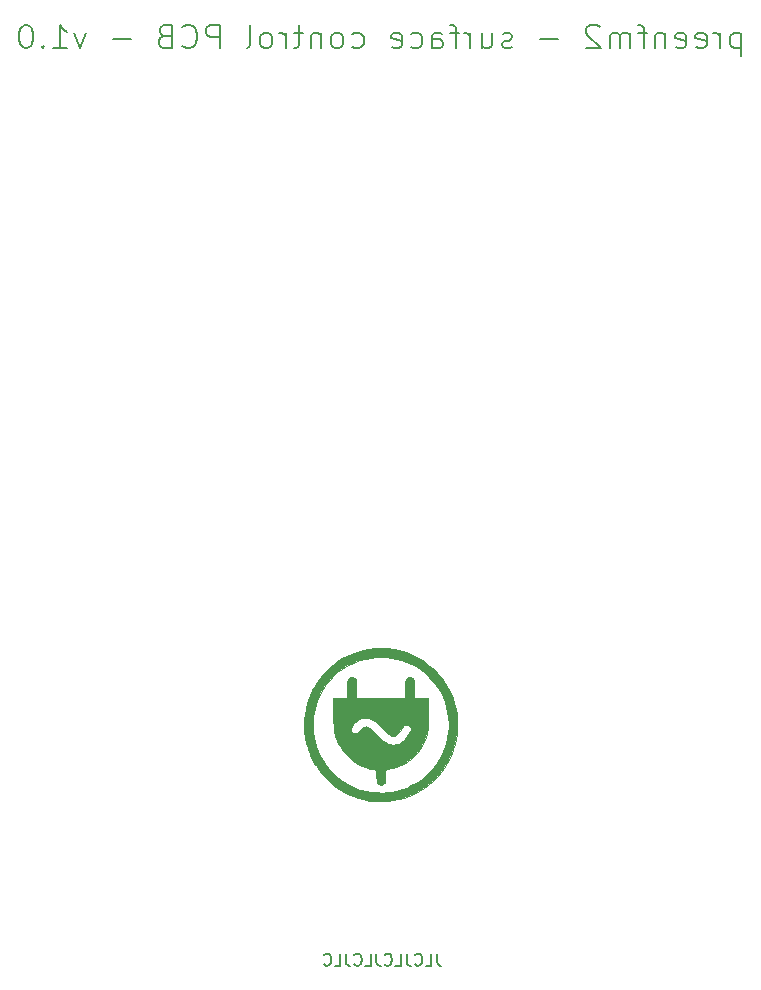
<source format=gbr>
%TF.GenerationSoftware,KiCad,Pcbnew,(5.1.8)-1*%
%TF.CreationDate,2021-03-28T18:03:51+02:00*%
%TF.ProjectId,pfm2_topSurface,70666d32-5f74-46f7-9053-757266616365,rev?*%
%TF.SameCoordinates,Original*%
%TF.FileFunction,Legend,Bot*%
%TF.FilePolarity,Positive*%
%FSLAX46Y46*%
G04 Gerber Fmt 4.6, Leading zero omitted, Abs format (unit mm)*
G04 Created by KiCad (PCBNEW (5.1.8)-1) date 2021-03-28 18:03:51*
%MOMM*%
%LPD*%
G01*
G04 APERTURE LIST*
%ADD10C,0.150000*%
%ADD11C,0.200000*%
%ADD12C,0.010000*%
G04 APERTURE END LIST*
D10*
X121586047Y-156170380D02*
X121586047Y-156884666D01*
X121633666Y-157027523D01*
X121728904Y-157122761D01*
X121871761Y-157170380D01*
X121967000Y-157170380D01*
X120633666Y-157170380D02*
X121109857Y-157170380D01*
X121109857Y-156170380D01*
X119728904Y-157075142D02*
X119776523Y-157122761D01*
X119919380Y-157170380D01*
X120014619Y-157170380D01*
X120157476Y-157122761D01*
X120252714Y-157027523D01*
X120300333Y-156932285D01*
X120347952Y-156741809D01*
X120347952Y-156598952D01*
X120300333Y-156408476D01*
X120252714Y-156313238D01*
X120157476Y-156218000D01*
X120014619Y-156170380D01*
X119919380Y-156170380D01*
X119776523Y-156218000D01*
X119728904Y-156265619D01*
X119014619Y-156170380D02*
X119014619Y-156884666D01*
X119062238Y-157027523D01*
X119157476Y-157122761D01*
X119300333Y-157170380D01*
X119395571Y-157170380D01*
X118062238Y-157170380D02*
X118538428Y-157170380D01*
X118538428Y-156170380D01*
X117157476Y-157075142D02*
X117205095Y-157122761D01*
X117347952Y-157170380D01*
X117443190Y-157170380D01*
X117586047Y-157122761D01*
X117681285Y-157027523D01*
X117728904Y-156932285D01*
X117776523Y-156741809D01*
X117776523Y-156598952D01*
X117728904Y-156408476D01*
X117681285Y-156313238D01*
X117586047Y-156218000D01*
X117443190Y-156170380D01*
X117347952Y-156170380D01*
X117205095Y-156218000D01*
X117157476Y-156265619D01*
X116443190Y-156170380D02*
X116443190Y-156884666D01*
X116490809Y-157027523D01*
X116586047Y-157122761D01*
X116728904Y-157170380D01*
X116824142Y-157170380D01*
X115490809Y-157170380D02*
X115967000Y-157170380D01*
X115967000Y-156170380D01*
X114586047Y-157075142D02*
X114633666Y-157122761D01*
X114776523Y-157170380D01*
X114871761Y-157170380D01*
X115014619Y-157122761D01*
X115109857Y-157027523D01*
X115157476Y-156932285D01*
X115205095Y-156741809D01*
X115205095Y-156598952D01*
X115157476Y-156408476D01*
X115109857Y-156313238D01*
X115014619Y-156218000D01*
X114871761Y-156170380D01*
X114776523Y-156170380D01*
X114633666Y-156218000D01*
X114586047Y-156265619D01*
X113871761Y-156170380D02*
X113871761Y-156884666D01*
X113919380Y-157027523D01*
X114014619Y-157122761D01*
X114157476Y-157170380D01*
X114252714Y-157170380D01*
X112919380Y-157170380D02*
X113395571Y-157170380D01*
X113395571Y-156170380D01*
X112014619Y-157075142D02*
X112062238Y-157122761D01*
X112205095Y-157170380D01*
X112300333Y-157170380D01*
X112443190Y-157122761D01*
X112538428Y-157027523D01*
X112586047Y-156932285D01*
X112633666Y-156741809D01*
X112633666Y-156598952D01*
X112586047Y-156408476D01*
X112538428Y-156313238D01*
X112443190Y-156218000D01*
X112300333Y-156170380D01*
X112205095Y-156170380D01*
X112062238Y-156218000D01*
X112014619Y-156265619D01*
D11*
X147363809Y-78184428D02*
X147363809Y-80184428D01*
X147363809Y-78279666D02*
X147173333Y-78184428D01*
X146792380Y-78184428D01*
X146601904Y-78279666D01*
X146506666Y-78374904D01*
X146411428Y-78565380D01*
X146411428Y-79136809D01*
X146506666Y-79327285D01*
X146601904Y-79422523D01*
X146792380Y-79517761D01*
X147173333Y-79517761D01*
X147363809Y-79422523D01*
X145554285Y-79517761D02*
X145554285Y-78184428D01*
X145554285Y-78565380D02*
X145459047Y-78374904D01*
X145363809Y-78279666D01*
X145173333Y-78184428D01*
X144982857Y-78184428D01*
X143554285Y-79422523D02*
X143744761Y-79517761D01*
X144125714Y-79517761D01*
X144316190Y-79422523D01*
X144411428Y-79232047D01*
X144411428Y-78470142D01*
X144316190Y-78279666D01*
X144125714Y-78184428D01*
X143744761Y-78184428D01*
X143554285Y-78279666D01*
X143459047Y-78470142D01*
X143459047Y-78660619D01*
X144411428Y-78851095D01*
X141840000Y-79422523D02*
X142030476Y-79517761D01*
X142411428Y-79517761D01*
X142601904Y-79422523D01*
X142697142Y-79232047D01*
X142697142Y-78470142D01*
X142601904Y-78279666D01*
X142411428Y-78184428D01*
X142030476Y-78184428D01*
X141840000Y-78279666D01*
X141744761Y-78470142D01*
X141744761Y-78660619D01*
X142697142Y-78851095D01*
X140887619Y-78184428D02*
X140887619Y-79517761D01*
X140887619Y-78374904D02*
X140792380Y-78279666D01*
X140601904Y-78184428D01*
X140316190Y-78184428D01*
X140125714Y-78279666D01*
X140030476Y-78470142D01*
X140030476Y-79517761D01*
X139363809Y-78184428D02*
X138601904Y-78184428D01*
X139078095Y-79517761D02*
X139078095Y-77803476D01*
X138982857Y-77613000D01*
X138792380Y-77517761D01*
X138601904Y-77517761D01*
X137935238Y-79517761D02*
X137935238Y-78184428D01*
X137935238Y-78374904D02*
X137840000Y-78279666D01*
X137649523Y-78184428D01*
X137363809Y-78184428D01*
X137173333Y-78279666D01*
X137078095Y-78470142D01*
X137078095Y-79517761D01*
X137078095Y-78470142D02*
X136982857Y-78279666D01*
X136792380Y-78184428D01*
X136506666Y-78184428D01*
X136316190Y-78279666D01*
X136220952Y-78470142D01*
X136220952Y-79517761D01*
X135363809Y-77708238D02*
X135268571Y-77613000D01*
X135078095Y-77517761D01*
X134601904Y-77517761D01*
X134411428Y-77613000D01*
X134316190Y-77708238D01*
X134220952Y-77898714D01*
X134220952Y-78089190D01*
X134316190Y-78374904D01*
X135459047Y-79517761D01*
X134220952Y-79517761D01*
X131840000Y-78755857D02*
X130316190Y-78755857D01*
X127935238Y-79422523D02*
X127744761Y-79517761D01*
X127363809Y-79517761D01*
X127173333Y-79422523D01*
X127078095Y-79232047D01*
X127078095Y-79136809D01*
X127173333Y-78946333D01*
X127363809Y-78851095D01*
X127649523Y-78851095D01*
X127840000Y-78755857D01*
X127935238Y-78565380D01*
X127935238Y-78470142D01*
X127840000Y-78279666D01*
X127649523Y-78184428D01*
X127363809Y-78184428D01*
X127173333Y-78279666D01*
X125363809Y-78184428D02*
X125363809Y-79517761D01*
X126220952Y-78184428D02*
X126220952Y-79232047D01*
X126125714Y-79422523D01*
X125935238Y-79517761D01*
X125649523Y-79517761D01*
X125459047Y-79422523D01*
X125363809Y-79327285D01*
X124411428Y-79517761D02*
X124411428Y-78184428D01*
X124411428Y-78565380D02*
X124316190Y-78374904D01*
X124220952Y-78279666D01*
X124030476Y-78184428D01*
X123840000Y-78184428D01*
X123459047Y-78184428D02*
X122697142Y-78184428D01*
X123173333Y-79517761D02*
X123173333Y-77803476D01*
X123078095Y-77613000D01*
X122887619Y-77517761D01*
X122697142Y-77517761D01*
X121173333Y-79517761D02*
X121173333Y-78470142D01*
X121268571Y-78279666D01*
X121459047Y-78184428D01*
X121840000Y-78184428D01*
X122030476Y-78279666D01*
X121173333Y-79422523D02*
X121363809Y-79517761D01*
X121840000Y-79517761D01*
X122030476Y-79422523D01*
X122125714Y-79232047D01*
X122125714Y-79041571D01*
X122030476Y-78851095D01*
X121840000Y-78755857D01*
X121363809Y-78755857D01*
X121173333Y-78660619D01*
X119363809Y-79422523D02*
X119554285Y-79517761D01*
X119935238Y-79517761D01*
X120125714Y-79422523D01*
X120220952Y-79327285D01*
X120316190Y-79136809D01*
X120316190Y-78565380D01*
X120220952Y-78374904D01*
X120125714Y-78279666D01*
X119935238Y-78184428D01*
X119554285Y-78184428D01*
X119363809Y-78279666D01*
X117744761Y-79422523D02*
X117935238Y-79517761D01*
X118316190Y-79517761D01*
X118506666Y-79422523D01*
X118601904Y-79232047D01*
X118601904Y-78470142D01*
X118506666Y-78279666D01*
X118316190Y-78184428D01*
X117935238Y-78184428D01*
X117744761Y-78279666D01*
X117649523Y-78470142D01*
X117649523Y-78660619D01*
X118601904Y-78851095D01*
X114411428Y-79422523D02*
X114601904Y-79517761D01*
X114982857Y-79517761D01*
X115173333Y-79422523D01*
X115268571Y-79327285D01*
X115363809Y-79136809D01*
X115363809Y-78565380D01*
X115268571Y-78374904D01*
X115173333Y-78279666D01*
X114982857Y-78184428D01*
X114601904Y-78184428D01*
X114411428Y-78279666D01*
X113268571Y-79517761D02*
X113459047Y-79422523D01*
X113554285Y-79327285D01*
X113649523Y-79136809D01*
X113649523Y-78565380D01*
X113554285Y-78374904D01*
X113459047Y-78279666D01*
X113268571Y-78184428D01*
X112982857Y-78184428D01*
X112792380Y-78279666D01*
X112697142Y-78374904D01*
X112601904Y-78565380D01*
X112601904Y-79136809D01*
X112697142Y-79327285D01*
X112792380Y-79422523D01*
X112982857Y-79517761D01*
X113268571Y-79517761D01*
X111744761Y-78184428D02*
X111744761Y-79517761D01*
X111744761Y-78374904D02*
X111649523Y-78279666D01*
X111459047Y-78184428D01*
X111173333Y-78184428D01*
X110982857Y-78279666D01*
X110887619Y-78470142D01*
X110887619Y-79517761D01*
X110220952Y-78184428D02*
X109459047Y-78184428D01*
X109935238Y-77517761D02*
X109935238Y-79232047D01*
X109840000Y-79422523D01*
X109649523Y-79517761D01*
X109459047Y-79517761D01*
X108792380Y-79517761D02*
X108792380Y-78184428D01*
X108792380Y-78565380D02*
X108697142Y-78374904D01*
X108601904Y-78279666D01*
X108411428Y-78184428D01*
X108220952Y-78184428D01*
X107268571Y-79517761D02*
X107459047Y-79422523D01*
X107554285Y-79327285D01*
X107649523Y-79136809D01*
X107649523Y-78565380D01*
X107554285Y-78374904D01*
X107459047Y-78279666D01*
X107268571Y-78184428D01*
X106982857Y-78184428D01*
X106792380Y-78279666D01*
X106697142Y-78374904D01*
X106601904Y-78565380D01*
X106601904Y-79136809D01*
X106697142Y-79327285D01*
X106792380Y-79422523D01*
X106982857Y-79517761D01*
X107268571Y-79517761D01*
X105459047Y-79517761D02*
X105649523Y-79422523D01*
X105744761Y-79232047D01*
X105744761Y-77517761D01*
X103173333Y-79517761D02*
X103173333Y-77517761D01*
X102411428Y-77517761D01*
X102220952Y-77613000D01*
X102125714Y-77708238D01*
X102030476Y-77898714D01*
X102030476Y-78184428D01*
X102125714Y-78374904D01*
X102220952Y-78470142D01*
X102411428Y-78565380D01*
X103173333Y-78565380D01*
X100030476Y-79327285D02*
X100125714Y-79422523D01*
X100411428Y-79517761D01*
X100601904Y-79517761D01*
X100887619Y-79422523D01*
X101078095Y-79232047D01*
X101173333Y-79041571D01*
X101268571Y-78660619D01*
X101268571Y-78374904D01*
X101173333Y-77993952D01*
X101078095Y-77803476D01*
X100887619Y-77613000D01*
X100601904Y-77517761D01*
X100411428Y-77517761D01*
X100125714Y-77613000D01*
X100030476Y-77708238D01*
X98506666Y-78470142D02*
X98220952Y-78565380D01*
X98125714Y-78660619D01*
X98030476Y-78851095D01*
X98030476Y-79136809D01*
X98125714Y-79327285D01*
X98220952Y-79422523D01*
X98411428Y-79517761D01*
X99173333Y-79517761D01*
X99173333Y-77517761D01*
X98506666Y-77517761D01*
X98316190Y-77613000D01*
X98220952Y-77708238D01*
X98125714Y-77898714D01*
X98125714Y-78089190D01*
X98220952Y-78279666D01*
X98316190Y-78374904D01*
X98506666Y-78470142D01*
X99173333Y-78470142D01*
X95649523Y-78755857D02*
X94125714Y-78755857D01*
X91840000Y-78184428D02*
X91363809Y-79517761D01*
X90887619Y-78184428D01*
X89078095Y-79517761D02*
X90220952Y-79517761D01*
X89649523Y-79517761D02*
X89649523Y-77517761D01*
X89840000Y-77803476D01*
X90030476Y-77993952D01*
X90220952Y-78089190D01*
X88220952Y-79327285D02*
X88125714Y-79422523D01*
X88220952Y-79517761D01*
X88316190Y-79422523D01*
X88220952Y-79327285D01*
X88220952Y-79517761D01*
X86887619Y-77517761D02*
X86697142Y-77517761D01*
X86506666Y-77613000D01*
X86411428Y-77708238D01*
X86316190Y-77898714D01*
X86220952Y-78279666D01*
X86220952Y-78755857D01*
X86316190Y-79136809D01*
X86411428Y-79327285D01*
X86506666Y-79422523D01*
X86697142Y-79517761D01*
X86887619Y-79517761D01*
X87078095Y-79422523D01*
X87173333Y-79327285D01*
X87268571Y-79136809D01*
X87363809Y-78755857D01*
X87363809Y-78279666D01*
X87268571Y-77898714D01*
X87173333Y-77708238D01*
X87078095Y-77613000D01*
X86887619Y-77517761D01*
D12*
%TO.C,G\u002A\u002A\u002A*%
G36*
X116652069Y-130294353D02*
G01*
X116492459Y-130296681D01*
X116353234Y-130301512D01*
X116226455Y-130309400D01*
X116104186Y-130320897D01*
X115978489Y-130336555D01*
X115841426Y-130356927D01*
X115769571Y-130368493D01*
X115300361Y-130463553D01*
X114842126Y-130592512D01*
X114396500Y-130754203D01*
X113965122Y-130947461D01*
X113549628Y-131171118D01*
X113151655Y-131424010D01*
X112772839Y-131704971D01*
X112414817Y-132012835D01*
X112079226Y-132346435D01*
X111767703Y-132704607D01*
X111481885Y-133086184D01*
X111223407Y-133490000D01*
X111112649Y-133685643D01*
X110898879Y-134116481D01*
X110718800Y-134559179D01*
X110572543Y-135011801D01*
X110460238Y-135472414D01*
X110382016Y-135939082D01*
X110338007Y-136409870D01*
X110328342Y-136882845D01*
X110353150Y-137356070D01*
X110412562Y-137827611D01*
X110506708Y-138295534D01*
X110635719Y-138757903D01*
X110749079Y-139083143D01*
X110802575Y-139215478D01*
X110869941Y-139368123D01*
X110947134Y-139532972D01*
X111030114Y-139701921D01*
X111114838Y-139866864D01*
X111197264Y-140019697D01*
X111273350Y-140152314D01*
X111319373Y-140226761D01*
X111586797Y-140615749D01*
X111868617Y-140973910D01*
X112168165Y-141304973D01*
X112488770Y-141612667D01*
X112766928Y-141847926D01*
X113159699Y-142139402D01*
X113568708Y-142398469D01*
X113993491Y-142624931D01*
X114433585Y-142818592D01*
X114888527Y-142979258D01*
X115357854Y-143106733D01*
X115841102Y-143200822D01*
X116041714Y-143229518D01*
X116146212Y-143240066D01*
X116279097Y-143249085D01*
X116432497Y-143256422D01*
X116598540Y-143261924D01*
X116769354Y-143265440D01*
X116937066Y-143266816D01*
X117093805Y-143265901D01*
X117231697Y-143262541D01*
X117342870Y-143256584D01*
X117361074Y-143255079D01*
X117845587Y-143193996D01*
X118321146Y-143098202D01*
X118786167Y-142968336D01*
X119239061Y-142805035D01*
X119678243Y-142608937D01*
X120102124Y-142380677D01*
X120509119Y-142120894D01*
X120885857Y-141839720D01*
X121252373Y-141522078D01*
X121592616Y-141179813D01*
X121905549Y-140814209D01*
X122190137Y-140426548D01*
X122445347Y-140018113D01*
X122623034Y-139686570D01*
X122817265Y-139265317D01*
X122977626Y-138846168D01*
X123105698Y-138423486D01*
X123203064Y-137991634D01*
X123271303Y-137544976D01*
X123297784Y-137281476D01*
X123318125Y-136818067D01*
X123311129Y-136597082D01*
X122569131Y-136597082D01*
X122566028Y-137047496D01*
X122528193Y-137497847D01*
X122455359Y-137945658D01*
X122452883Y-137957800D01*
X122346215Y-138388206D01*
X122205147Y-138809356D01*
X122030873Y-139219052D01*
X121824585Y-139615097D01*
X121587476Y-139995293D01*
X121320740Y-140357443D01*
X121025569Y-140699350D01*
X120886329Y-140843473D01*
X120548254Y-141156459D01*
X120190905Y-141438862D01*
X119815199Y-141690249D01*
X119422052Y-141910188D01*
X119012378Y-142098247D01*
X118587093Y-142253993D01*
X118147113Y-142376993D01*
X117693354Y-142466815D01*
X117355655Y-142511009D01*
X117244030Y-142519028D01*
X117104305Y-142523585D01*
X116944481Y-142524887D01*
X116772557Y-142523141D01*
X116596532Y-142518553D01*
X116424408Y-142511330D01*
X116264183Y-142501679D01*
X116123859Y-142489805D01*
X116014499Y-142476386D01*
X115552736Y-142388581D01*
X115106951Y-142268433D01*
X114677661Y-142116201D01*
X114265384Y-141932144D01*
X113870636Y-141716521D01*
X113493936Y-141469591D01*
X113135799Y-141191614D01*
X112796744Y-140882848D01*
X112757513Y-140843888D01*
X112448209Y-140509052D01*
X112167612Y-140153877D01*
X111916763Y-139780281D01*
X111696699Y-139390179D01*
X111508461Y-138985489D01*
X111353088Y-138568126D01*
X111231619Y-138140008D01*
X111190193Y-137953695D01*
X111158533Y-137793745D01*
X111133505Y-137653672D01*
X111114364Y-137525477D01*
X111100367Y-137401160D01*
X111090769Y-137272724D01*
X111084828Y-137132170D01*
X111081798Y-136971499D01*
X111080937Y-136782712D01*
X111080936Y-136779000D01*
X111081549Y-136602702D01*
X111083558Y-136456800D01*
X111087219Y-136335421D01*
X111092786Y-136232694D01*
X111100516Y-136142746D01*
X111110663Y-136059705D01*
X111112886Y-136044214D01*
X111175481Y-135677109D01*
X111252657Y-135335685D01*
X111347031Y-135011366D01*
X111461221Y-134695576D01*
X111597843Y-134379738D01*
X111661033Y-134248072D01*
X111785578Y-134006372D01*
X111910534Y-133787739D01*
X112043540Y-133579683D01*
X112192235Y-133369712D01*
X112225076Y-133325659D01*
X112511869Y-132973601D01*
X112822833Y-132647753D01*
X113156172Y-132349011D01*
X113510091Y-132078273D01*
X113882795Y-131836437D01*
X114272488Y-131624400D01*
X114677373Y-131443060D01*
X115095656Y-131293315D01*
X115525540Y-131176061D01*
X115965231Y-131092197D01*
X116412932Y-131042619D01*
X116821857Y-131028057D01*
X117273336Y-131045752D01*
X117717609Y-131098235D01*
X118153023Y-131184435D01*
X118577927Y-131303281D01*
X118990668Y-131453704D01*
X119389594Y-131634632D01*
X119773053Y-131844995D01*
X120139394Y-132083722D01*
X120486963Y-132349744D01*
X120814110Y-132641989D01*
X121119182Y-132959388D01*
X121400527Y-133300868D01*
X121656493Y-133665361D01*
X121885428Y-134051795D01*
X122072997Y-134430747D01*
X122239554Y-134844327D01*
X122372713Y-135270227D01*
X122472207Y-135705971D01*
X122537768Y-136149081D01*
X122569131Y-136597082D01*
X123311129Y-136597082D01*
X123303373Y-136352138D01*
X123254302Y-135886679D01*
X123171683Y-135424683D01*
X123056288Y-134969138D01*
X122908891Y-134523036D01*
X122730262Y-134089368D01*
X122521176Y-133671124D01*
X122282404Y-133271295D01*
X122248966Y-133220439D01*
X121981689Y-132843790D01*
X121699876Y-132497237D01*
X121399224Y-132176061D01*
X121075434Y-131875545D01*
X120858642Y-131695511D01*
X120468775Y-131407944D01*
X120060415Y-131151354D01*
X119635021Y-130926407D01*
X119194053Y-130733773D01*
X118738971Y-130574120D01*
X118271234Y-130448116D01*
X118019285Y-130395317D01*
X117853235Y-130365220D01*
X117703957Y-130341537D01*
X117563125Y-130323551D01*
X117422415Y-130310547D01*
X117273500Y-130301809D01*
X117108054Y-130296622D01*
X116917752Y-130294270D01*
X116840000Y-130293977D01*
X116652069Y-130294353D01*
G37*
X116652069Y-130294353D02*
X116492459Y-130296681D01*
X116353234Y-130301512D01*
X116226455Y-130309400D01*
X116104186Y-130320897D01*
X115978489Y-130336555D01*
X115841426Y-130356927D01*
X115769571Y-130368493D01*
X115300361Y-130463553D01*
X114842126Y-130592512D01*
X114396500Y-130754203D01*
X113965122Y-130947461D01*
X113549628Y-131171118D01*
X113151655Y-131424010D01*
X112772839Y-131704971D01*
X112414817Y-132012835D01*
X112079226Y-132346435D01*
X111767703Y-132704607D01*
X111481885Y-133086184D01*
X111223407Y-133490000D01*
X111112649Y-133685643D01*
X110898879Y-134116481D01*
X110718800Y-134559179D01*
X110572543Y-135011801D01*
X110460238Y-135472414D01*
X110382016Y-135939082D01*
X110338007Y-136409870D01*
X110328342Y-136882845D01*
X110353150Y-137356070D01*
X110412562Y-137827611D01*
X110506708Y-138295534D01*
X110635719Y-138757903D01*
X110749079Y-139083143D01*
X110802575Y-139215478D01*
X110869941Y-139368123D01*
X110947134Y-139532972D01*
X111030114Y-139701921D01*
X111114838Y-139866864D01*
X111197264Y-140019697D01*
X111273350Y-140152314D01*
X111319373Y-140226761D01*
X111586797Y-140615749D01*
X111868617Y-140973910D01*
X112168165Y-141304973D01*
X112488770Y-141612667D01*
X112766928Y-141847926D01*
X113159699Y-142139402D01*
X113568708Y-142398469D01*
X113993491Y-142624931D01*
X114433585Y-142818592D01*
X114888527Y-142979258D01*
X115357854Y-143106733D01*
X115841102Y-143200822D01*
X116041714Y-143229518D01*
X116146212Y-143240066D01*
X116279097Y-143249085D01*
X116432497Y-143256422D01*
X116598540Y-143261924D01*
X116769354Y-143265440D01*
X116937066Y-143266816D01*
X117093805Y-143265901D01*
X117231697Y-143262541D01*
X117342870Y-143256584D01*
X117361074Y-143255079D01*
X117845587Y-143193996D01*
X118321146Y-143098202D01*
X118786167Y-142968336D01*
X119239061Y-142805035D01*
X119678243Y-142608937D01*
X120102124Y-142380677D01*
X120509119Y-142120894D01*
X120885857Y-141839720D01*
X121252373Y-141522078D01*
X121592616Y-141179813D01*
X121905549Y-140814209D01*
X122190137Y-140426548D01*
X122445347Y-140018113D01*
X122623034Y-139686570D01*
X122817265Y-139265317D01*
X122977626Y-138846168D01*
X123105698Y-138423486D01*
X123203064Y-137991634D01*
X123271303Y-137544976D01*
X123297784Y-137281476D01*
X123318125Y-136818067D01*
X123311129Y-136597082D01*
X122569131Y-136597082D01*
X122566028Y-137047496D01*
X122528193Y-137497847D01*
X122455359Y-137945658D01*
X122452883Y-137957800D01*
X122346215Y-138388206D01*
X122205147Y-138809356D01*
X122030873Y-139219052D01*
X121824585Y-139615097D01*
X121587476Y-139995293D01*
X121320740Y-140357443D01*
X121025569Y-140699350D01*
X120886329Y-140843473D01*
X120548254Y-141156459D01*
X120190905Y-141438862D01*
X119815199Y-141690249D01*
X119422052Y-141910188D01*
X119012378Y-142098247D01*
X118587093Y-142253993D01*
X118147113Y-142376993D01*
X117693354Y-142466815D01*
X117355655Y-142511009D01*
X117244030Y-142519028D01*
X117104305Y-142523585D01*
X116944481Y-142524887D01*
X116772557Y-142523141D01*
X116596532Y-142518553D01*
X116424408Y-142511330D01*
X116264183Y-142501679D01*
X116123859Y-142489805D01*
X116014499Y-142476386D01*
X115552736Y-142388581D01*
X115106951Y-142268433D01*
X114677661Y-142116201D01*
X114265384Y-141932144D01*
X113870636Y-141716521D01*
X113493936Y-141469591D01*
X113135799Y-141191614D01*
X112796744Y-140882848D01*
X112757513Y-140843888D01*
X112448209Y-140509052D01*
X112167612Y-140153877D01*
X111916763Y-139780281D01*
X111696699Y-139390179D01*
X111508461Y-138985489D01*
X111353088Y-138568126D01*
X111231619Y-138140008D01*
X111190193Y-137953695D01*
X111158533Y-137793745D01*
X111133505Y-137653672D01*
X111114364Y-137525477D01*
X111100367Y-137401160D01*
X111090769Y-137272724D01*
X111084828Y-137132170D01*
X111081798Y-136971499D01*
X111080937Y-136782712D01*
X111080936Y-136779000D01*
X111081549Y-136602702D01*
X111083558Y-136456800D01*
X111087219Y-136335421D01*
X111092786Y-136232694D01*
X111100516Y-136142746D01*
X111110663Y-136059705D01*
X111112886Y-136044214D01*
X111175481Y-135677109D01*
X111252657Y-135335685D01*
X111347031Y-135011366D01*
X111461221Y-134695576D01*
X111597843Y-134379738D01*
X111661033Y-134248072D01*
X111785578Y-134006372D01*
X111910534Y-133787739D01*
X112043540Y-133579683D01*
X112192235Y-133369712D01*
X112225076Y-133325659D01*
X112511869Y-132973601D01*
X112822833Y-132647753D01*
X113156172Y-132349011D01*
X113510091Y-132078273D01*
X113882795Y-131836437D01*
X114272488Y-131624400D01*
X114677373Y-131443060D01*
X115095656Y-131293315D01*
X115525540Y-131176061D01*
X115965231Y-131092197D01*
X116412932Y-131042619D01*
X116821857Y-131028057D01*
X117273336Y-131045752D01*
X117717609Y-131098235D01*
X118153023Y-131184435D01*
X118577927Y-131303281D01*
X118990668Y-131453704D01*
X119389594Y-131634632D01*
X119773053Y-131844995D01*
X120139394Y-132083722D01*
X120486963Y-132349744D01*
X120814110Y-132641989D01*
X121119182Y-132959388D01*
X121400527Y-133300868D01*
X121656493Y-133665361D01*
X121885428Y-134051795D01*
X122072997Y-134430747D01*
X122239554Y-134844327D01*
X122372713Y-135270227D01*
X122472207Y-135705971D01*
X122537768Y-136149081D01*
X122569131Y-136597082D01*
X123311129Y-136597082D01*
X123303373Y-136352138D01*
X123254302Y-135886679D01*
X123171683Y-135424683D01*
X123056288Y-134969138D01*
X122908891Y-134523036D01*
X122730262Y-134089368D01*
X122521176Y-133671124D01*
X122282404Y-133271295D01*
X122248966Y-133220439D01*
X121981689Y-132843790D01*
X121699876Y-132497237D01*
X121399224Y-132176061D01*
X121075434Y-131875545D01*
X120858642Y-131695511D01*
X120468775Y-131407944D01*
X120060415Y-131151354D01*
X119635021Y-130926407D01*
X119194053Y-130733773D01*
X118738971Y-130574120D01*
X118271234Y-130448116D01*
X118019285Y-130395317D01*
X117853235Y-130365220D01*
X117703957Y-130341537D01*
X117563125Y-130323551D01*
X117422415Y-130310547D01*
X117273500Y-130301809D01*
X117108054Y-130296622D01*
X116917752Y-130294270D01*
X116840000Y-130293977D01*
X116652069Y-130294353D01*
G36*
X119178367Y-132765513D02*
G01*
X119085007Y-132802250D01*
X119010571Y-132856089D01*
X119004401Y-132862533D01*
X118981400Y-132888545D01*
X118962394Y-132914306D01*
X118947002Y-132943400D01*
X118934844Y-132979409D01*
X118925539Y-133025915D01*
X118918705Y-133086501D01*
X118913963Y-133164750D01*
X118910931Y-133264245D01*
X118909228Y-133388568D01*
X118908474Y-133541302D01*
X118908288Y-133726030D01*
X118908285Y-133766703D01*
X118908285Y-134493000D01*
X114735428Y-134493000D01*
X114735428Y-133766703D01*
X114735309Y-133575217D01*
X114734697Y-133416434D01*
X114733213Y-133286771D01*
X114730474Y-133182646D01*
X114726101Y-133100475D01*
X114719712Y-133036677D01*
X114710926Y-132987668D01*
X114699363Y-132949866D01*
X114684642Y-132919688D01*
X114666381Y-132893551D01*
X114644201Y-132867873D01*
X114639312Y-132862533D01*
X114565508Y-132805684D01*
X114472820Y-132768292D01*
X114372803Y-132752628D01*
X114277015Y-132760959D01*
X114221991Y-132780571D01*
X114135720Y-132838171D01*
X114062117Y-132913297D01*
X114030773Y-132959929D01*
X114023166Y-132977158D01*
X114016856Y-133001138D01*
X114011689Y-133035327D01*
X114007509Y-133083182D01*
X114004161Y-133148160D01*
X114001489Y-133233721D01*
X113999340Y-133343321D01*
X113997557Y-133480417D01*
X113995985Y-133648468D01*
X113995167Y-133753679D01*
X113989692Y-134493000D01*
X112812285Y-134493000D01*
X112812285Y-135634078D01*
X112812469Y-135893077D01*
X112813116Y-136119106D01*
X112814368Y-136315477D01*
X112816369Y-136485503D01*
X112819261Y-136632498D01*
X112823186Y-136759775D01*
X112828289Y-136870647D01*
X112834710Y-136968428D01*
X112842594Y-137056431D01*
X112852083Y-137137969D01*
X112863320Y-137216356D01*
X112876447Y-137294904D01*
X112886135Y-137348008D01*
X112970936Y-137703806D01*
X113089298Y-138049380D01*
X113239369Y-138382418D01*
X113419294Y-138700608D01*
X113627224Y-139001638D01*
X113861304Y-139283195D01*
X114119683Y-139542968D01*
X114400508Y-139778644D01*
X114701928Y-139987912D01*
X115022089Y-140168459D01*
X115219741Y-140260884D01*
X115573975Y-140394546D01*
X115942405Y-140494940D01*
X116236290Y-140549584D01*
X116449928Y-140581590D01*
X116459000Y-141106902D01*
X116461962Y-141267435D01*
X116465184Y-141396026D01*
X116469386Y-141497017D01*
X116475288Y-141574748D01*
X116483613Y-141633562D01*
X116495079Y-141677799D01*
X116510409Y-141711800D01*
X116530322Y-141739906D01*
X116555539Y-141766459D01*
X116570916Y-141781027D01*
X116650720Y-141834224D01*
X116747439Y-141866796D01*
X116848352Y-141876183D01*
X116940737Y-141859826D01*
X116948314Y-141856958D01*
X117022781Y-141815404D01*
X117092370Y-141756607D01*
X117142256Y-141693203D01*
X117143911Y-141690241D01*
X117153346Y-141669075D01*
X117160959Y-141640943D01*
X117167048Y-141601588D01*
X117171910Y-141546756D01*
X117175843Y-141472190D01*
X117179145Y-141373636D01*
X117182113Y-141246839D01*
X117184714Y-141106854D01*
X117193785Y-140581494D01*
X117393357Y-140551235D01*
X117766970Y-140476962D01*
X118127234Y-140370299D01*
X118472458Y-140232766D01*
X118800951Y-140065880D01*
X119111022Y-139871160D01*
X119400978Y-139650124D01*
X119669129Y-139404289D01*
X119913784Y-139135175D01*
X120133250Y-138844298D01*
X120325837Y-138533178D01*
X120489853Y-138203332D01*
X120623606Y-137856278D01*
X120704714Y-137579050D01*
X120725673Y-137496065D01*
X120743874Y-137421689D01*
X120759527Y-137352743D01*
X120772845Y-137286049D01*
X120784040Y-137218427D01*
X120792299Y-137154611D01*
X119361458Y-137154611D01*
X119359346Y-137201932D01*
X119350416Y-137246419D01*
X119331580Y-137295293D01*
X119299752Y-137355776D01*
X119251841Y-137435087D01*
X119219943Y-137485547D01*
X119048428Y-137735268D01*
X118875089Y-137948957D01*
X118699543Y-138126840D01*
X118521409Y-138269141D01*
X118340304Y-138376086D01*
X118155848Y-138447899D01*
X117967657Y-138484806D01*
X117775349Y-138487032D01*
X117578544Y-138454802D01*
X117576451Y-138454282D01*
X117454980Y-138413670D01*
X117319562Y-138350782D01*
X117180044Y-138270734D01*
X117046655Y-138178932D01*
X116999948Y-138140275D01*
X116932086Y-138079398D01*
X116847129Y-138000174D01*
X116749137Y-137906476D01*
X116642170Y-137802178D01*
X116530289Y-137691154D01*
X116440857Y-137600991D01*
X116291256Y-137450312D01*
X116163149Y-137324289D01*
X116053769Y-137220591D01*
X115960353Y-137136888D01*
X115880136Y-137070849D01*
X115810353Y-137020144D01*
X115748241Y-136982443D01*
X115691034Y-136955415D01*
X115662542Y-136944883D01*
X115569050Y-136925739D01*
X115475578Y-136932726D01*
X115379479Y-136967251D01*
X115278102Y-137030716D01*
X115168797Y-137124528D01*
X115048915Y-137250091D01*
X115016173Y-137287546D01*
X114944070Y-137368875D01*
X114887604Y-137426149D01*
X114840935Y-137464563D01*
X114798224Y-137489311D01*
X114781441Y-137496357D01*
X114673401Y-137520073D01*
X114568125Y-137511539D01*
X114471434Y-137474378D01*
X114389152Y-137412210D01*
X114327099Y-137328655D01*
X114291100Y-137227334D01*
X114285708Y-137188056D01*
X114287346Y-137110554D01*
X114307236Y-137033262D01*
X114348089Y-136950715D01*
X114412610Y-136857448D01*
X114503508Y-136747996D01*
X114504046Y-136747385D01*
X114673123Y-136571185D01*
X114840497Y-136429685D01*
X115008542Y-136321531D01*
X115179631Y-136245366D01*
X115356138Y-136199834D01*
X115488357Y-136185236D01*
X115663173Y-136189026D01*
X115832170Y-136220582D01*
X116000820Y-136281633D01*
X116174599Y-136373912D01*
X116261321Y-136429725D01*
X116356018Y-136497779D01*
X116455126Y-136577311D01*
X116562325Y-136671686D01*
X116681296Y-136784271D01*
X116815717Y-136918430D01*
X116967000Y-137075145D01*
X117113626Y-137227537D01*
X117239722Y-137354681D01*
X117348218Y-137459010D01*
X117442042Y-137542957D01*
X117524124Y-137608955D01*
X117597394Y-137659438D01*
X117664781Y-137696840D01*
X117729214Y-137723593D01*
X117759068Y-137733111D01*
X117848734Y-137747647D01*
X117938899Y-137738010D01*
X118031330Y-137702830D01*
X118127792Y-137640735D01*
X118230052Y-137550354D01*
X118339875Y-137430314D01*
X118459028Y-137279246D01*
X118589277Y-137095777D01*
X118599857Y-137080209D01*
X118673815Y-136975670D01*
X118736462Y-136899055D01*
X118792874Y-136845909D01*
X118848125Y-136811780D01*
X118907291Y-136792215D01*
X118933583Y-136787411D01*
X119042257Y-136788159D01*
X119143629Y-136820237D01*
X119231965Y-136878723D01*
X119301527Y-136958694D01*
X119346582Y-137055230D01*
X119361458Y-137154611D01*
X120792299Y-137154611D01*
X120793323Y-137146699D01*
X120800906Y-137067686D01*
X120807001Y-136978210D01*
X120811819Y-136875091D01*
X120815572Y-136755152D01*
X120818473Y-136615212D01*
X120820732Y-136452095D01*
X120822561Y-136262619D01*
X120824173Y-136043608D01*
X120825778Y-135791882D01*
X120825986Y-135758464D01*
X120833850Y-134493000D01*
X119652142Y-134493000D01*
X119652142Y-133813536D01*
X119651566Y-133617882D01*
X119649876Y-133446172D01*
X119647136Y-133300792D01*
X119643407Y-133184125D01*
X119638750Y-133098555D01*
X119633227Y-133046467D01*
X119632189Y-133041034D01*
X119592845Y-132938083D01*
X119526248Y-132852967D01*
X119438674Y-132790791D01*
X119336397Y-132756657D01*
X119276401Y-132751684D01*
X119178367Y-132765513D01*
G37*
X119178367Y-132765513D02*
X119085007Y-132802250D01*
X119010571Y-132856089D01*
X119004401Y-132862533D01*
X118981400Y-132888545D01*
X118962394Y-132914306D01*
X118947002Y-132943400D01*
X118934844Y-132979409D01*
X118925539Y-133025915D01*
X118918705Y-133086501D01*
X118913963Y-133164750D01*
X118910931Y-133264245D01*
X118909228Y-133388568D01*
X118908474Y-133541302D01*
X118908288Y-133726030D01*
X118908285Y-133766703D01*
X118908285Y-134493000D01*
X114735428Y-134493000D01*
X114735428Y-133766703D01*
X114735309Y-133575217D01*
X114734697Y-133416434D01*
X114733213Y-133286771D01*
X114730474Y-133182646D01*
X114726101Y-133100475D01*
X114719712Y-133036677D01*
X114710926Y-132987668D01*
X114699363Y-132949866D01*
X114684642Y-132919688D01*
X114666381Y-132893551D01*
X114644201Y-132867873D01*
X114639312Y-132862533D01*
X114565508Y-132805684D01*
X114472820Y-132768292D01*
X114372803Y-132752628D01*
X114277015Y-132760959D01*
X114221991Y-132780571D01*
X114135720Y-132838171D01*
X114062117Y-132913297D01*
X114030773Y-132959929D01*
X114023166Y-132977158D01*
X114016856Y-133001138D01*
X114011689Y-133035327D01*
X114007509Y-133083182D01*
X114004161Y-133148160D01*
X114001489Y-133233721D01*
X113999340Y-133343321D01*
X113997557Y-133480417D01*
X113995985Y-133648468D01*
X113995167Y-133753679D01*
X113989692Y-134493000D01*
X112812285Y-134493000D01*
X112812285Y-135634078D01*
X112812469Y-135893077D01*
X112813116Y-136119106D01*
X112814368Y-136315477D01*
X112816369Y-136485503D01*
X112819261Y-136632498D01*
X112823186Y-136759775D01*
X112828289Y-136870647D01*
X112834710Y-136968428D01*
X112842594Y-137056431D01*
X112852083Y-137137969D01*
X112863320Y-137216356D01*
X112876447Y-137294904D01*
X112886135Y-137348008D01*
X112970936Y-137703806D01*
X113089298Y-138049380D01*
X113239369Y-138382418D01*
X113419294Y-138700608D01*
X113627224Y-139001638D01*
X113861304Y-139283195D01*
X114119683Y-139542968D01*
X114400508Y-139778644D01*
X114701928Y-139987912D01*
X115022089Y-140168459D01*
X115219741Y-140260884D01*
X115573975Y-140394546D01*
X115942405Y-140494940D01*
X116236290Y-140549584D01*
X116449928Y-140581590D01*
X116459000Y-141106902D01*
X116461962Y-141267435D01*
X116465184Y-141396026D01*
X116469386Y-141497017D01*
X116475288Y-141574748D01*
X116483613Y-141633562D01*
X116495079Y-141677799D01*
X116510409Y-141711800D01*
X116530322Y-141739906D01*
X116555539Y-141766459D01*
X116570916Y-141781027D01*
X116650720Y-141834224D01*
X116747439Y-141866796D01*
X116848352Y-141876183D01*
X116940737Y-141859826D01*
X116948314Y-141856958D01*
X117022781Y-141815404D01*
X117092370Y-141756607D01*
X117142256Y-141693203D01*
X117143911Y-141690241D01*
X117153346Y-141669075D01*
X117160959Y-141640943D01*
X117167048Y-141601588D01*
X117171910Y-141546756D01*
X117175843Y-141472190D01*
X117179145Y-141373636D01*
X117182113Y-141246839D01*
X117184714Y-141106854D01*
X117193785Y-140581494D01*
X117393357Y-140551235D01*
X117766970Y-140476962D01*
X118127234Y-140370299D01*
X118472458Y-140232766D01*
X118800951Y-140065880D01*
X119111022Y-139871160D01*
X119400978Y-139650124D01*
X119669129Y-139404289D01*
X119913784Y-139135175D01*
X120133250Y-138844298D01*
X120325837Y-138533178D01*
X120489853Y-138203332D01*
X120623606Y-137856278D01*
X120704714Y-137579050D01*
X120725673Y-137496065D01*
X120743874Y-137421689D01*
X120759527Y-137352743D01*
X120772845Y-137286049D01*
X120784040Y-137218427D01*
X120792299Y-137154611D01*
X119361458Y-137154611D01*
X119359346Y-137201932D01*
X119350416Y-137246419D01*
X119331580Y-137295293D01*
X119299752Y-137355776D01*
X119251841Y-137435087D01*
X119219943Y-137485547D01*
X119048428Y-137735268D01*
X118875089Y-137948957D01*
X118699543Y-138126840D01*
X118521409Y-138269141D01*
X118340304Y-138376086D01*
X118155848Y-138447899D01*
X117967657Y-138484806D01*
X117775349Y-138487032D01*
X117578544Y-138454802D01*
X117576451Y-138454282D01*
X117454980Y-138413670D01*
X117319562Y-138350782D01*
X117180044Y-138270734D01*
X117046655Y-138178932D01*
X116999948Y-138140275D01*
X116932086Y-138079398D01*
X116847129Y-138000174D01*
X116749137Y-137906476D01*
X116642170Y-137802178D01*
X116530289Y-137691154D01*
X116440857Y-137600991D01*
X116291256Y-137450312D01*
X116163149Y-137324289D01*
X116053769Y-137220591D01*
X115960353Y-137136888D01*
X115880136Y-137070849D01*
X115810353Y-137020144D01*
X115748241Y-136982443D01*
X115691034Y-136955415D01*
X115662542Y-136944883D01*
X115569050Y-136925739D01*
X115475578Y-136932726D01*
X115379479Y-136967251D01*
X115278102Y-137030716D01*
X115168797Y-137124528D01*
X115048915Y-137250091D01*
X115016173Y-137287546D01*
X114944070Y-137368875D01*
X114887604Y-137426149D01*
X114840935Y-137464563D01*
X114798224Y-137489311D01*
X114781441Y-137496357D01*
X114673401Y-137520073D01*
X114568125Y-137511539D01*
X114471434Y-137474378D01*
X114389152Y-137412210D01*
X114327099Y-137328655D01*
X114291100Y-137227334D01*
X114285708Y-137188056D01*
X114287346Y-137110554D01*
X114307236Y-137033262D01*
X114348089Y-136950715D01*
X114412610Y-136857448D01*
X114503508Y-136747996D01*
X114504046Y-136747385D01*
X114673123Y-136571185D01*
X114840497Y-136429685D01*
X115008542Y-136321531D01*
X115179631Y-136245366D01*
X115356138Y-136199834D01*
X115488357Y-136185236D01*
X115663173Y-136189026D01*
X115832170Y-136220582D01*
X116000820Y-136281633D01*
X116174599Y-136373912D01*
X116261321Y-136429725D01*
X116356018Y-136497779D01*
X116455126Y-136577311D01*
X116562325Y-136671686D01*
X116681296Y-136784271D01*
X116815717Y-136918430D01*
X116967000Y-137075145D01*
X117113626Y-137227537D01*
X117239722Y-137354681D01*
X117348218Y-137459010D01*
X117442042Y-137542957D01*
X117524124Y-137608955D01*
X117597394Y-137659438D01*
X117664781Y-137696840D01*
X117729214Y-137723593D01*
X117759068Y-137733111D01*
X117848734Y-137747647D01*
X117938899Y-137738010D01*
X118031330Y-137702830D01*
X118127792Y-137640735D01*
X118230052Y-137550354D01*
X118339875Y-137430314D01*
X118459028Y-137279246D01*
X118589277Y-137095777D01*
X118599857Y-137080209D01*
X118673815Y-136975670D01*
X118736462Y-136899055D01*
X118792874Y-136845909D01*
X118848125Y-136811780D01*
X118907291Y-136792215D01*
X118933583Y-136787411D01*
X119042257Y-136788159D01*
X119143629Y-136820237D01*
X119231965Y-136878723D01*
X119301527Y-136958694D01*
X119346582Y-137055230D01*
X119361458Y-137154611D01*
X120792299Y-137154611D01*
X120793323Y-137146699D01*
X120800906Y-137067686D01*
X120807001Y-136978210D01*
X120811819Y-136875091D01*
X120815572Y-136755152D01*
X120818473Y-136615212D01*
X120820732Y-136452095D01*
X120822561Y-136262619D01*
X120824173Y-136043608D01*
X120825778Y-135791882D01*
X120825986Y-135758464D01*
X120833850Y-134493000D01*
X119652142Y-134493000D01*
X119652142Y-133813536D01*
X119651566Y-133617882D01*
X119649876Y-133446172D01*
X119647136Y-133300792D01*
X119643407Y-133184125D01*
X119638750Y-133098555D01*
X119633227Y-133046467D01*
X119632189Y-133041034D01*
X119592845Y-132938083D01*
X119526248Y-132852967D01*
X119438674Y-132790791D01*
X119336397Y-132756657D01*
X119276401Y-132751684D01*
X119178367Y-132765513D01*
%TD*%
M02*

</source>
